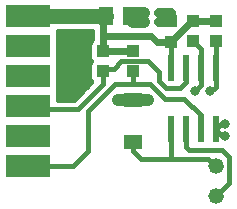
<source format=gtl>
G75*
%MOIN*%
%OFA0B0*%
%FSLAX25Y25*%
%IPPOS*%
%LPD*%
%AMOC8*
5,1,8,0,0,1.08239X$1,22.5*
%
%ADD10R,0.05118X0.06299*%
%ADD11R,0.04252X0.04134*%
%ADD12R,0.06299X0.04724*%
%ADD13R,0.15000X0.07600*%
%ADD14R,0.02362X0.08661*%
%ADD15C,0.05200*%
%ADD16R,0.04331X0.03937*%
%ADD17C,0.03175*%
%ADD18C,0.04000*%
%ADD19C,0.01600*%
%ADD20C,0.03200*%
%ADD21C,0.02400*%
%ADD22C,0.05000*%
D10*
X0046563Y0066800D03*
X0054437Y0066800D03*
D11*
X0068000Y0065245D03*
X0068000Y0058355D03*
D12*
X0055500Y0038887D03*
X0055500Y0024713D03*
D13*
X0020500Y0016800D03*
X0020500Y0026800D03*
X0020500Y0036800D03*
X0020500Y0046800D03*
X0020500Y0056800D03*
X0020500Y0066800D03*
D14*
X0068000Y0049536D03*
X0073000Y0049536D03*
X0078000Y0049536D03*
X0083000Y0049536D03*
X0083000Y0029064D03*
X0078000Y0029064D03*
X0073000Y0029064D03*
X0068000Y0029064D03*
D15*
X0083000Y0016800D03*
X0083000Y0006800D03*
D16*
X0055500Y0048454D03*
X0055500Y0055146D03*
X0045500Y0055146D03*
X0045500Y0048454D03*
X0075500Y0058454D03*
X0075500Y0065146D03*
X0083000Y0065146D03*
X0083000Y0058454D03*
D17*
X0081000Y0041800D03*
X0076000Y0041800D03*
X0086000Y0030800D03*
X0086000Y0026800D03*
X0060500Y0038800D03*
X0050500Y0038800D03*
X0036000Y0041300D03*
X0032000Y0041300D03*
X0039500Y0055300D03*
X0040500Y0060300D03*
X0033000Y0059300D03*
X0059000Y0064800D03*
X0059000Y0067800D03*
X0064000Y0067800D03*
X0064000Y0064800D03*
D18*
X0059000Y0064800D02*
X0055500Y0064800D01*
X0055500Y0066800D01*
X0055437Y0067800D02*
X0059000Y0067800D01*
X0055437Y0067800D02*
X0054437Y0066800D01*
X0055500Y0038887D02*
X0055413Y0038800D01*
X0050500Y0038800D01*
X0055500Y0038800D02*
X0060500Y0038800D01*
D19*
X0061000Y0044300D02*
X0055500Y0044300D01*
X0055500Y0048454D01*
X0055500Y0044300D02*
X0049500Y0044300D01*
X0040500Y0035300D01*
X0040500Y0021800D01*
X0035500Y0016800D01*
X0020500Y0016800D01*
X0021500Y0035800D02*
X0020500Y0036800D01*
X0021500Y0035800D02*
X0037000Y0035800D01*
X0045500Y0044300D01*
X0045500Y0048454D01*
X0046346Y0049300D01*
X0049000Y0049300D01*
X0051500Y0051800D01*
X0060500Y0051800D01*
X0064000Y0048300D01*
X0064000Y0045300D01*
X0066500Y0042800D01*
X0071000Y0042800D01*
X0073000Y0044800D01*
X0073000Y0049536D01*
X0068000Y0049536D02*
X0068000Y0058355D01*
X0075500Y0058454D02*
X0078000Y0055954D01*
X0078000Y0049536D01*
X0078000Y0043800D01*
X0076000Y0041800D01*
X0072500Y0039300D02*
X0066000Y0039300D01*
X0061000Y0044300D01*
X0072500Y0039300D02*
X0078000Y0033800D01*
X0078000Y0029064D01*
X0073000Y0029064D02*
X0073000Y0023300D01*
X0074000Y0022300D01*
X0085000Y0022300D01*
X0087500Y0019800D01*
X0087500Y0011300D01*
X0083000Y0006800D01*
X0083000Y0016800D02*
X0080500Y0019300D01*
X0068000Y0019300D01*
X0068000Y0029064D01*
X0068000Y0019300D02*
X0058000Y0019300D01*
X0055500Y0021800D01*
X0055500Y0024713D01*
X0038437Y0041763D02*
X0030500Y0041763D01*
X0030500Y0043361D02*
X0040036Y0043361D01*
X0041550Y0044876D02*
X0041300Y0045126D01*
X0040935Y0046008D01*
X0040935Y0050899D01*
X0041300Y0051782D01*
X0041318Y0051800D01*
X0041300Y0051818D01*
X0040935Y0052701D01*
X0040935Y0057592D01*
X0041300Y0058474D01*
X0041900Y0059074D01*
X0041900Y0061800D01*
X0030500Y0061800D01*
X0030500Y0039000D01*
X0035675Y0039000D01*
X0041550Y0044876D01*
X0041466Y0044960D02*
X0030500Y0044960D01*
X0030500Y0046558D02*
X0040935Y0046558D01*
X0040935Y0048157D02*
X0030500Y0048157D01*
X0030500Y0049755D02*
X0040935Y0049755D01*
X0041123Y0051354D02*
X0030500Y0051354D01*
X0030500Y0052952D02*
X0040935Y0052952D01*
X0040935Y0054551D02*
X0030500Y0054551D01*
X0030500Y0056149D02*
X0040935Y0056149D01*
X0040999Y0057748D02*
X0030500Y0057748D01*
X0030500Y0059346D02*
X0041900Y0059346D01*
X0041900Y0060945D02*
X0030500Y0060945D01*
X0030500Y0040164D02*
X0036839Y0040164D01*
X0081000Y0041800D02*
X0081500Y0041800D01*
X0083000Y0043300D01*
X0083000Y0049536D01*
X0083000Y0058454D01*
X0084736Y0030800D02*
X0083000Y0029064D01*
X0083000Y0028800D02*
X0085000Y0026800D01*
X0086000Y0026800D01*
X0086000Y0030800D02*
X0084736Y0030800D01*
D20*
X0068000Y0064800D02*
X0064000Y0064800D01*
X0064000Y0067800D02*
X0068000Y0067800D01*
X0068000Y0065245D01*
X0068000Y0064800D01*
D21*
X0069945Y0060300D02*
X0068000Y0058355D01*
X0063445Y0058355D01*
X0061500Y0060300D01*
X0045500Y0060300D01*
X0045500Y0065737D01*
X0046563Y0066800D01*
X0045500Y0060300D02*
X0045500Y0055146D01*
X0055500Y0055146D01*
X0069945Y0060300D02*
X0070000Y0060300D01*
X0074846Y0065146D01*
X0075500Y0065146D01*
X0083000Y0065146D01*
D22*
X0046563Y0066800D02*
X0020500Y0066800D01*
M02*

</source>
